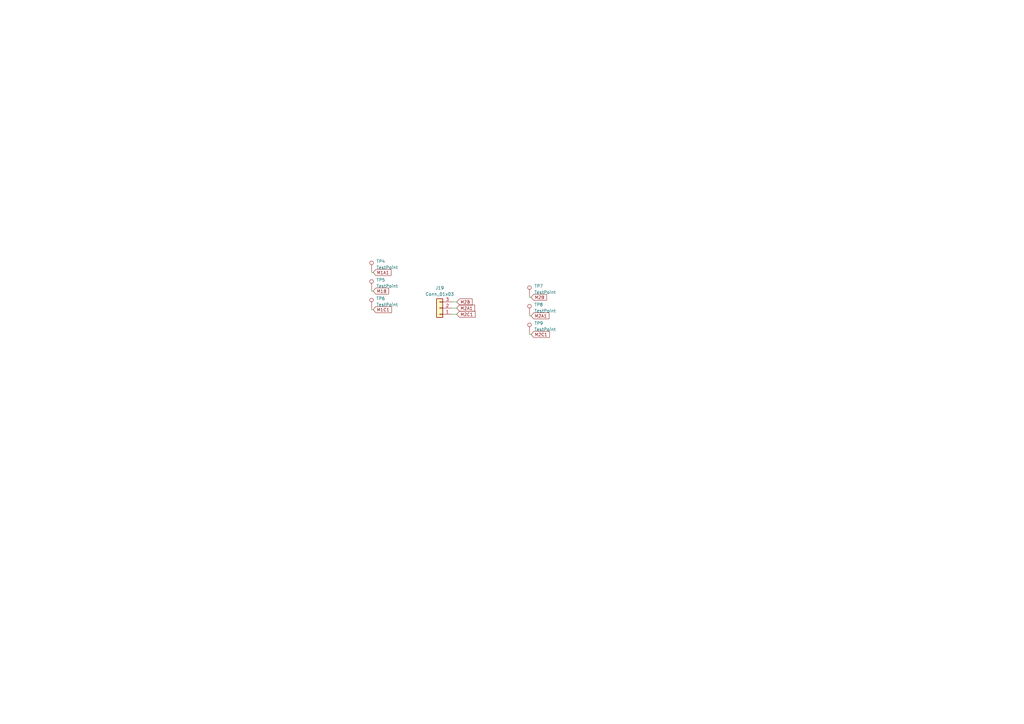
<source format=kicad_sch>
(kicad_sch (version 20230121) (generator eeschema)
  (paper "A3")
  (lib_symbols
    (symbol "Connector:TestPoint" (pin_numbers hide) (pin_names (offset 0.762) hide)
      (property "Reference" "TP" (at 0 6.858 0))
      (property "Value" "TestPoint" (at 0 5.08 0))
      (symbol "TestPoint_0_1"
        (circle (center 0 3.302) (radius 0.762))
      )
      (symbol "TestPoint_1_1"
        (pin passive line (at 0 0 90) (length 2.54) (name "1") (number "1"))
      )
    )
    (symbol "Connector_Generic:Conn_01x03" (pin_names (offset 1.016) hide)
      (property "Reference" "J" (at 0 5.08 0))
      (property "Value" "Conn_01x03" (at 0 -5.08 0))
      (symbol "Conn_01x03_1_1"
        (rectangle (start -1.27 -2.413) (end 0 -2.667) (stroke (width 0.1524)))
        (rectangle (start -1.27 0.127) (end 0 -0.127) (stroke (width 0.1524)))
        (rectangle (start -1.27 2.667) (end 0 2.413) (stroke (width 0.1524)))
        (rectangle (start -1.27 3.81) (end 1.27 -3.81) (stroke (width 0.254)) (fill (type background)))
        (pin passive line (at -5.08 2.54 0) (length 3.81) (name "Pin_1") (number "1"))
        (pin passive line (at -5.08 0 0) (length 3.81) (name "Pin_2") (number "2"))
        (pin passive line (at -5.08 -2.54 0) (length 3.81) (name "Pin_3") (number "3"))
      )
    )
  )
  (wire (pts (xy 153.035 127) (xy 152.4 127)))
  (wire (pts (xy 217.17 121.92) (xy 217.17 121.285)))
  (wire (pts (xy 152.4 119.38) (xy 152.4 118.745)))
  (wire (pts (xy 185.42 126.365) (xy 187.325 126.365)))
  (wire (pts (xy 152.4 127) (xy 152.4 126.365)))
  (wire (pts (xy 185.42 123.825) (xy 187.325 123.825)))
  (wire (pts (xy 153.035 111.76) (xy 152.4 111.76)))
  (wire (pts (xy 185.42 128.905) (xy 187.325 128.905)))
  (wire (pts (xy 152.4 111.76) (xy 152.4 111.125)))
  (wire (pts (xy 217.805 129.54) (xy 217.17 129.54)))
  (wire (pts (xy 217.805 137.16) (xy 217.17 137.16)))
  (wire (pts (xy 217.805 121.92) (xy 217.17 121.92)))
  (wire (pts (xy 217.17 137.16) (xy 217.17 136.525)))
  (wire (pts (xy 217.17 129.54) (xy 217.17 128.905)))
  (wire (pts (xy 153.035 119.38) (xy 152.4 119.38)))
  (global_label "M2C1" (shape input) (at 187.325 128.905 0) (property "Intersheetrefs" "${INTERSHEET_REFS}" (effects hide)))
  (global_label "M2A1" (shape input) (at 217.805 129.54 0) (property "Intersheetrefs" "${INTERSHEET_REFS}" (effects hide)))
  (global_label "M1B" (shape input) (at 153.035 119.38 0) (property "Intersheetrefs" "${INTERSHEET_REFS}" (effects hide)))
  (global_label "M2B" (shape input) (at 187.325 123.825 0) (property "Intersheetrefs" "${INTERSHEET_REFS}" (effects hide)))
  (global_label "M2A1" (shape input) (at 187.325 126.365 0) (property "Intersheetrefs" "${INTERSHEET_REFS}" (effects hide)))
  (global_label "M1A1" (shape input) (at 153.035 111.76 0) (property "Intersheetrefs" "${INTERSHEET_REFS}" (effects hide)))
  (global_label "M2C1" (shape input) (at 217.805 137.16 0) (property "Intersheetrefs" "${INTERSHEET_REFS}" (effects hide)))
  (global_label "M2B" (shape input) (at 217.805 121.92 0) (property "Intersheetrefs" "${INTERSHEET_REFS}" (effects hide)))
  (global_label "M1C1" (shape input) (at 153.035 127 0) (property "Intersheetrefs" "${INTERSHEET_REFS}" (effects hide)))
  (symbol (lib_id "Connector:TestPoint") (at 217.17 128.905 0) (unit 1)
    (property "Reference" "TP8" (at 219.075 124.968 0) (effects (justify left)))
    (property "Value" "TestPoint" (at 219.075 127.508 0) (effects (justify left)))
    (property "Footprint" "TestPoint:TestPoint_Pad_D3.0mm" (effects hide))
  )
  (symbol (lib_id "Connector:TestPoint") (at 152.4 111.125 0) (unit 1)
    (property "Reference" "TP4" (at 154.305 107.188 0) (effects (justify left)))
    (property "Value" "TestPoint" (at 154.305 109.728 0) (effects (justify left)))
    (property "Footprint" "TestPoint:TestPoint_Pad_D3.0mm" (effects hide))
  )
  (symbol (lib_id "Connector:TestPoint") (at 152.4 118.745 0) (unit 1)
    (property "Reference" "TP5" (at 154.305 114.808 0) (effects (justify left)))
    (property "Value" "TestPoint" (at 154.305 117.348 0) (effects (justify left)))
    (property "Footprint" "TestPoint:TestPoint_Pad_D3.0mm" (effects hide))
  )
  (symbol (lib_id "Connector_Generic:Conn_01x03") (at 180.34 126.365 180) (unit 1)
    (property "Reference" "J19" (at 180.34 118.11 0))
    (property "Value" "Conn_01x03" (at 180.34 120.65 0))
    (property "Footprint" "parts:MT60-F.G.Y" (effects hide))
    (property "LCSC" "C3040682" (effects hide))
  )
  (symbol (lib_id "Connector:TestPoint") (at 217.17 121.285 0) (unit 1)
    (property "Reference" "TP7" (at 219.075 117.348 0) (effects (justify left)))
    (property "Value" "TestPoint" (at 219.075 119.888 0) (effects (justify left)))
    (property "Footprint" "TestPoint:TestPoint_Pad_D3.0mm" (effects hide))
  )
  (symbol (lib_id "Connector:TestPoint") (at 217.17 136.525 0) (unit 1)
    (property "Reference" "TP9" (at 219.075 132.588 0) (effects (justify left)))
    (property "Value" "TestPoint" (at 219.075 135.128 0) (effects (justify left)))
    (property "Footprint" "TestPoint:TestPoint_Pad_D3.0mm" (effects hide))
  )
  (symbol (lib_id "Connector:TestPoint") (at 152.4 126.365 0) (unit 1)
    (property "Reference" "TP6" (at 154.305 122.428 0) (effects (justify left)))
    (property "Value" "TestPoint" (at 154.305 124.968 0) (effects (justify left)))
    (property "Footprint" "TestPoint:TestPoint_Pad_D3.0mm" (effects hide))
  )
)
</source>
